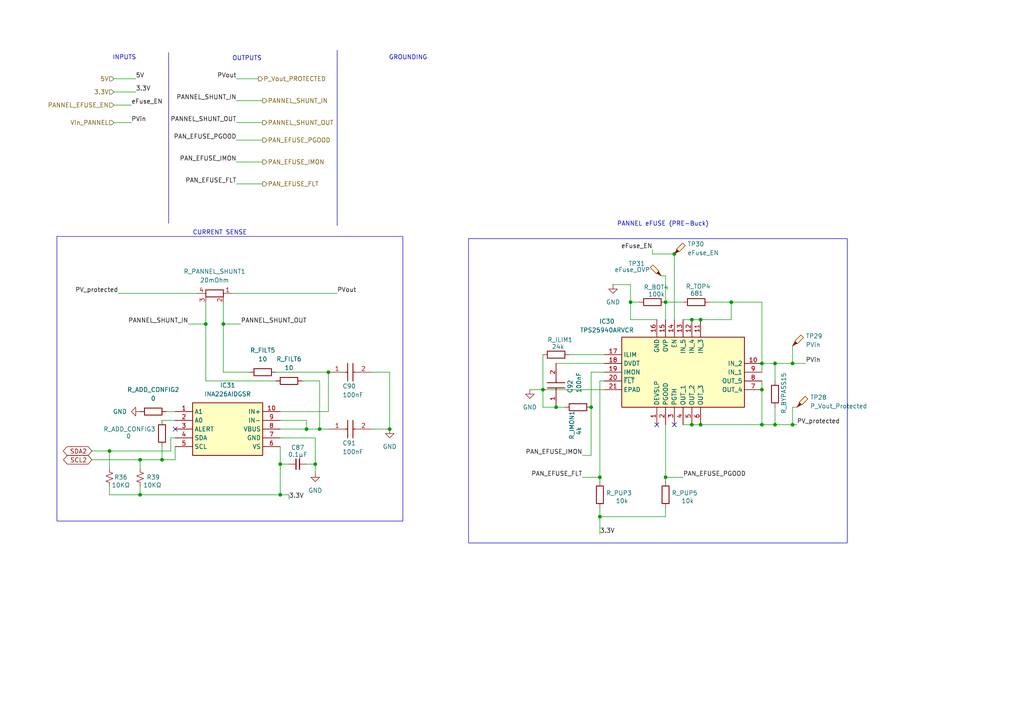
<source format=kicad_sch>
(kicad_sch (version 20250114) (generator "eeschema") (generator_version "9.0")
  (paper "A4")
  (lib_symbols
    (symbol "Connector:TestPoint_Probe" (pin_numbers (hide yes)) (pin_names (offset 0.762) (hide yes))
      (property "Reference" "TP" (at 1.651 5.842 0))
      (property "Value" "TestPoint_Probe" (at 1.651 4.064 0))
      (symbol "TestPoint_Probe_0_1"
        (polyline (pts (xy 1.27 0.762) (xy 0 0) (xy 0.762 1.27) (xy 1.27 0.762)) (fill (type outline)))
        (polyline (pts (xy 1.397 0.635) (xy 0.635 1.397) (xy 2.413 3.175) (xy 3.175 2.413) (xy 1.397 0.635)) (fill (type background)))
      )
      (symbol "TestPoint_Probe_1_1"
        (pin passive line (at 0 0 90) (length 0) (name "1") (number "1"))
      )
    )
    (symbol "Device:C_Small" (pin_numbers (hide yes)) (pin_names (offset 0.254) (hide yes))
      (property "Reference" "C" (at 0.254 1.778 0))
      (property "Value" "C_Small" (at 0.254 -2.032 0))
      (symbol "C_Small_0_1"
        (polyline (pts (xy -1.524 0.508) (xy 1.524 0.508)) (stroke (width 0.3048)))
        (polyline (pts (xy -1.524 -0.508) (xy 1.524 -0.508)) (stroke (width 0.3302)))
      )
      (symbol "C_Small_1_1"
        (pin passive line (at 0 2.54 270) (length 2.032) (name "~") (number "1"))
        (pin passive line (at 0 -2.54 90) (length 2.032) (name "~") (number "2"))
      )
    )
    (symbol "Device:R" (pin_numbers (hide yes)) (pin_names (offset 0))
      (property "Reference" "R" (at 2.032 0 90))
      (property "Value" "R" (at 0 0 90))
      (symbol "R_0_1"
        (rectangle (start -1.016 -2.54) (end 1.016 2.54) (stroke (width 0.254)))
      )
      (symbol "R_1_1"
        (pin passive line (at 0 3.81 270) (length 1.27) (name "~") (number "1"))
        (pin passive line (at 0 -3.81 90) (length 1.27) (name "~") (number "2"))
      )
    )
    (symbol "Device:R_Shunt" (pin_names (offset 0) (hide yes))
      (property "Reference" "R" (at -2.032 0 90))
      (property "Value" "R_Shunt" (at 0 0 90))
      (symbol "R_Shunt_0_1"
        (rectangle (start -1.016 -2.54) (end 1.016 2.54) (stroke (width 0.254)))
        (polyline (pts (xy 0 -2.54) (xy 1.27 -2.54)))
        (polyline (pts (xy 1.27 2.54) (xy 0 2.54)))
      )
      (symbol "R_Shunt_1_1"
        (pin passive line (at 0 5.08 270) (length 2.54) (name "~") (number "1"))
        (pin passive line (at 0 -5.08 90) (length 2.54) (name "~") (number "4"))
        (pin passive line (at 2.54 2.54 180) (length 1.27) (name "~") (number "2"))
        (pin passive line (at 2.54 -2.54 180) (length 1.27) (name "~") (number "3"))
      )
    )
    (symbol "Device:R_Small_US" (pin_numbers (hide yes)) (pin_names (offset 0.254) (hide yes))
      (property "Reference" "R" (at 0.762 0.508 0))
      (property "Value" "R_Small_US" (at 0.762 -1.016 0))
      (symbol "R_Small_US_1_1"
        (polyline (pts (xy 0 1.524) (xy 1.016 1.143) (xy 0 0.762) (xy -1.016 0.381) (xy 0 0)))
        (polyline (pts (xy 0 0) (xy 1.016 -0.381) (xy 0 -0.762) (xy -1.016 -1.143) (xy 0 -1.524)))
        (pin passive line (at 0 2.54 270) (length 1.016) (name "~") (number "1"))
        (pin passive line (at 0 -2.54 90) (length 1.016) (name "~") (number "2"))
      )
    )
    (symbol "PDU_Library:INA226AIDGSR"
      (property "Reference" "IC" (at 26.67 7.62 0))
      (property "Value" "INA226AIDGSR" (at 26.67 5.08 0))
      (symbol "INA226AIDGSR_1_1"
        (rectangle (start 5.08 2.54) (end 25.4 -12.7) (stroke (width 0.254)) (fill (type background)))
        (pin passive line (at 0 0 0) (length 5.08) (name "A1") (number "1"))
        (pin passive line (at 0 -2.54 0) (length 5.08) (name "A0") (number "2"))
        (pin passive line (at 0 -5.08 0) (length 5.08) (name "ALERT") (number "3"))
        (pin passive line (at 0 -7.62 0) (length 5.08) (name "SDA") (number "4"))
        (pin passive line (at 0 -10.16 0) (length 5.08) (name "SCL") (number "5"))
        (pin passive line (at 30.48 0 180) (length 5.08) (name "IN+") (number "10"))
        (pin passive line (at 30.48 -2.54 180) (length 5.08) (name "IN-") (number "9"))
        (pin passive line (at 30.48 -5.08 180) (length 5.08) (name "VBUS") (number "8"))
        (pin passive line (at 30.48 -7.62 180) (length 5.08) (name "GND") (number "7"))
        (pin passive line (at 30.48 -10.16 180) (length 5.08) (name "VS") (number "6"))
      )
    )
    (symbol "PULSE_Library:C0603X6S0J104M030BC" (pin_names (hide yes))
      (property "Reference" "C" (at 8.89 6.35 0))
      (property "Value" "C0603X6S0J104M030BC" (at 8.89 3.81 0))
      (symbol "C0603X6S0J104M030BC_1_1"
        (polyline (pts (xy 5.08 0) (xy 5.588 0)) (stroke (width 0.254)))
        (polyline (pts (xy 5.588 2.54) (xy 5.588 -2.54)) (stroke (width 0.254)))
        (polyline (pts (xy 7.112 2.54) (xy 7.112 -2.54)) (stroke (width 0.254)))
        (polyline (pts (xy 7.112 0) (xy 7.62 0)) (stroke (width 0.254)))
        (pin passive line (at 0 0 0) (length 5.08) (name "1") (number "1"))
        (pin passive line (at 12.7 0 180) (length 5.08) (name "2") (number "2"))
      )
    )
    (symbol "PULSE_Library:TPS25940ARVCR"
      (property "Reference" "IC" (at 26.67 15.24 0))
      (property "Value" "TPS25940ARVCR" (at 26.67 12.7 0))
      (symbol "TPS25940ARVCR_1_1"
        (rectangle (start 5.08 10.16) (end 25.4 -25.4) (stroke (width 0.254)) (fill (type background)))
        (pin passive line (at 0 0 0) (length 5.08) (name "DEVSLP") (number "1"))
        (pin passive line (at 0 -2.54 0) (length 5.08) (name "PGOOD") (number "2"))
        (pin passive line (at 0 -5.08 0) (length 5.08) (name "PGTH") (number "3"))
        (pin passive line (at 0 -7.62 0) (length 5.08) (name "OUT_1") (number "4"))
        (pin passive line (at 0 -10.16 0) (length 5.08) (name "OUT_2") (number "5"))
        (pin passive line (at 0 -12.7 0) (length 5.08) (name "OUT_3") (number "6"))
        (pin passive line (at 10.16 15.24 270) (length 5.08) (name "EPAD") (number "21"))
        (pin passive line (at 10.16 -30.48 90) (length 5.08) (name "OUT_4") (number "7"))
        (pin passive line (at 12.7 15.24 270) (length 5.08) (name "~{FLT}") (number "20"))
        (pin passive line (at 12.7 -30.48 90) (length 5.08) (name "OUT_5") (number "8"))
        (pin passive line (at 15.24 15.24 270) (length 5.08) (name "IMON") (number "19"))
        (pin passive line (at 15.24 -30.48 90) (length 5.08) (name "IN_1") (number "9"))
        (pin passive line (at 17.78 15.24 270) (length 5.08) (name "DVDT") (number "18"))
        (pin passive line (at 17.78 -30.48 90) (length 5.08) (name "IN_2") (number "10"))
        (pin passive line (at 20.32 15.24 270) (length 5.08) (name "ILIM") (number "17"))
        (pin passive line (at 30.48 0 180) (length 5.08) (name "GND") (number "16"))
        (pin passive line (at 30.48 -2.54 180) (length 5.08) (name "OVP") (number "15"))
        (pin passive line (at 30.48 -5.08 180) (length 5.08) (name "EN") (number "14"))
        (pin passive line (at 30.48 -7.62 180) (length 5.08) (name "IN_5") (number "13"))
        (pin passive line (at 30.48 -10.16 180) (length 5.08) (name "IN_4") (number "12"))
        (pin passive line (at 30.48 -12.7 180) (length 5.08) (name "IN_3") (number "11"))
      )
    )
    (symbol "power:GND" (power) (pin_numbers (hide yes)) (pin_names (offset 0) (hide yes))
      (property "Value" "GND" (at 0 -3.81 0))
      (symbol "GND_0_1"
        (polyline (pts (xy 0 0) (xy 0 -1.27) (xy 1.27 -1.27) (xy 0 -2.54) (xy -1.27 -1.27) (xy 0 -1.27)))
      )
      (symbol "GND_1_1"
        (pin power_in line (at 0 0 270) (length 0) (name "~") (number "1"))
      )
    )
  )
  (rectangle (start 135.89 69.215) (end 245.745 157.48))
  (rectangle (start 16.51 68.58) (end 116.84 151.13))
  (text "PANNEL eFUSE (PRE-Buck)\n" (at 192.278 65.024 0) (effects (font (size 1.27 1.27))))
  (text "CURRENT SENSE\n" (at 63.754 67.564 0) (effects (font (size 1.27 1.27))))
  (text "INPUTS\n" (at 36.068 16.764 0) (effects (font (size 1.27 1.27))))
  (text "OUTPUTS\n" (at 71.628 17.018 0) (effects (font (size 1.27 1.27))))
  (text "GROUNDING\n" (at 118.364 16.764 0) (effects (font (size 1.27 1.27))))
  (junction (at 195.58 73.66))
  (junction (at 200.66 123.19))
  (junction (at 81.28 143.51))
  (junction (at 173.99 149.86))
  (junction (at 229.87 105.41))
  (junction (at 88.9 124.46))
  (junction (at 173.99 138.43))
  (junction (at 46.99 133.35))
  (junction (at 193.04 138.43))
  (junction (at 220.98 113.03))
  (junction (at 220.98 123.19))
  (junction (at 81.28 134.62))
  (junction (at 229.87 123.19))
  (junction (at 193.04 87.63))
  (junction (at 64.77 93.98))
  (junction (at 95.25 107.95))
  (junction (at 157.48 113.03))
  (junction (at 59.69 93.98))
  (junction (at 40.64 143.51))
  (junction (at 203.2 92.71))
  (junction (at 31.75 130.81))
  (junction (at 40.64 133.35))
  (junction (at 113.03 124.46))
  (junction (at 92.71 124.46))
  (junction (at 182.88 87.63))
  (junction (at 224.79 105.41))
  (junction (at 212.09 87.63))
  (junction (at 220.98 105.41))
  (junction (at 224.79 123.19))
  (junction (at 91.44 134.62))
  (junction (at 200.66 92.71))
  (junction (at 203.2 123.19))
  (junction (at 161.29 118.11))
  (junction (at 171.45 118.11))
  (no_connect (at 50.8 124.46))
  (no_connect (at 195.58 123.19))
  (no_connect (at 190.5 123.19))
  (wire (pts (xy 49.53 130.81) (xy 31.75 130.81)))
  (wire (pts (xy 193.04 149.86) (xy 173.99 149.86)))
  (wire (pts (xy 91.44 127) (xy 91.44 134.62)))
  (wire (pts (xy 92.71 124.46) (xy 95.25 124.46)))
  (wire (pts (xy 193.04 123.19) (xy 193.04 138.43)))
  (wire (pts (xy 212.09 87.63) (xy 220.98 87.63)))
  (wire (pts (xy 193.04 87.63) (xy 193.04 92.71)))
  (wire (pts (xy 189.23 72.39) (xy 189.23 73.66)))
  (wire (pts (xy 68.58 29.21) (xy 76.2 29.21)))
  (wire (pts (xy 64.77 107.95) (xy 72.39 107.95)))
  (wire (pts (xy 193.04 147.32) (xy 193.04 149.86)))
  (wire (pts (xy 191.77 80.01) (xy 193.04 80.01)))
  (wire (pts (xy 182.88 92.71) (xy 182.88 87.63)))
  (wire (pts (xy 157.48 113.03) (xy 175.26 113.03)))
  (wire (pts (xy 200.66 123.19) (xy 203.2 123.19)))
  (wire (pts (xy 46.99 133.35) (xy 46.99 129.54)))
  (wire (pts (xy 40.64 133.35) (xy 40.64 135.89)))
  (wire (pts (xy 67.31 85.09) (xy 97.79 85.09)))
  (wire (pts (xy 88.9 124.46) (xy 92.71 124.46)))
  (wire (pts (xy 161.29 118.11) (xy 157.48 118.11)))
  (wire (pts (xy 173.99 138.43) (xy 168.91 138.43)))
  (polyline (pts (xy 48.895 15.24) (xy 48.895 64.77)))
  (wire (pts (xy 198.12 92.71) (xy 200.66 92.71)))
  (wire (pts (xy 212.09 92.71) (xy 212.09 87.63)))
  (wire (pts (xy 229.87 105.41) (xy 233.68 105.41)))
  (wire (pts (xy 203.2 92.71) (xy 212.09 92.71)))
  (wire (pts (xy 83.82 134.62) (xy 81.28 134.62)))
  (wire (pts (xy 50.8 121.92) (xy 46.99 121.92)))
  (wire (pts (xy 95.25 107.95) (xy 95.25 119.38)))
  (wire (pts (xy 157.48 102.87) (xy 157.48 113.03)))
  (wire (pts (xy 173.99 110.49) (xy 173.99 138.43)))
  (wire (pts (xy 81.28 127) (xy 91.44 127)))
  (wire (pts (xy 69.85 93.98) (xy 64.77 93.98)))
  (wire (pts (xy 40.64 140.97) (xy 40.64 143.51)))
  (wire (pts (xy 177.8 82.55) (xy 182.88 82.55)))
  (wire (pts (xy 173.99 138.43) (xy 173.99 139.7)))
  (wire (pts (xy 195.58 73.66) (xy 195.58 92.71)))
  (wire (pts (xy 200.66 92.71) (xy 203.2 92.71)))
  (wire (pts (xy 88.9 121.92) (xy 81.28 121.92)))
  (wire (pts (xy 64.77 87.63) (xy 64.77 93.98)))
  (wire (pts (xy 87.63 110.49) (xy 92.71 110.49)))
  (wire (pts (xy 220.98 87.63) (xy 220.98 105.41)))
  (wire (pts (xy 88.9 134.62) (xy 91.44 134.62)))
  (wire (pts (xy 220.98 113.03) (xy 220.98 123.19)))
  (wire (pts (xy 198.12 87.63) (xy 193.04 87.63)))
  (wire (pts (xy 48.26 119.38) (xy 50.8 119.38)))
  (wire (pts (xy 33.02 30.48) (xy 38.1 30.48)))
  (wire (pts (xy 153.67 113.03) (xy 157.48 113.03)))
  (wire (pts (xy 193.04 138.43) (xy 198.12 138.43)))
  (wire (pts (xy 68.58 35.56) (xy 76.2 35.56)))
  (wire (pts (xy 113.03 124.46) (xy 107.95 124.46)))
  (wire (pts (xy 193.04 138.43) (xy 193.04 139.7)))
  (wire (pts (xy 182.88 87.63) (xy 185.42 87.63)))
  (wire (pts (xy 31.75 140.97) (xy 31.75 143.51)))
  (wire (pts (xy 59.69 110.49) (xy 80.01 110.49)))
  (wire (pts (xy 68.58 40.64) (xy 76.2 40.64)))
  (wire (pts (xy 31.75 143.51) (xy 40.64 143.51)))
  (wire (pts (xy 229.87 118.11) (xy 229.87 123.19)))
  (wire (pts (xy 107.95 107.95) (xy 113.03 107.95)))
  (wire (pts (xy 92.71 110.49) (xy 92.71 124.46)))
  (wire (pts (xy 33.02 22.86) (xy 39.37 22.86)))
  (wire (pts (xy 175.26 107.95) (xy 171.45 107.95)))
  (wire (pts (xy 220.98 110.49) (xy 220.98 113.03)))
  (wire (pts (xy 50.8 129.54) (xy 50.8 133.35)))
  (wire (pts (xy 224.79 110.49) (xy 224.79 105.41)))
  (wire (pts (xy 171.45 132.08) (xy 171.45 118.11)))
  (wire (pts (xy 203.2 123.19) (xy 220.98 123.19)))
  (wire (pts (xy 198.12 123.19) (xy 200.66 123.19)))
  (wire (pts (xy 83.82 143.51) (xy 81.28 143.51)))
  (wire (pts (xy 190.5 92.71) (xy 182.88 92.71)))
  (wire (pts (xy 157.48 118.11) (xy 157.48 113.03)))
  (wire (pts (xy 189.23 73.66) (xy 195.58 73.66)))
  (wire (pts (xy 81.28 129.54) (xy 81.28 134.62)))
  (wire (pts (xy 173.99 147.32) (xy 173.99 149.86)))
  (wire (pts (xy 83.82 143.51) (xy 83.82 144.78)))
  (wire (pts (xy 229.87 123.19) (xy 231.14 123.19)))
  (wire (pts (xy 81.28 119.38) (xy 95.25 119.38)))
  (wire (pts (xy 33.02 26.67) (xy 39.37 26.67)))
  (wire (pts (xy 59.69 93.98) (xy 59.69 110.49)))
  (wire (pts (xy 165.1 102.87) (xy 175.26 102.87)))
  (wire (pts (xy 173.99 149.86) (xy 173.99 154.94)))
  (wire (pts (xy 26.67 133.35) (xy 40.64 133.35)))
  (wire (pts (xy 168.91 132.08) (xy 171.45 132.08)))
  (wire (pts (xy 161.29 105.41) (xy 175.26 105.41)))
  (wire (pts (xy 175.26 110.49) (xy 173.99 110.49)))
  (wire (pts (xy 231.14 118.11) (xy 229.87 118.11)))
  (wire (pts (xy 229.87 100.33) (xy 229.87 105.41)))
  (wire (pts (xy 64.77 93.98) (xy 64.77 107.95)))
  (polyline (pts (xy 97.79 14.605) (xy 97.79 65.405)))
  (wire (pts (xy 91.44 134.62) (xy 91.44 137.16)))
  (wire (pts (xy 40.64 133.35) (xy 46.99 133.35)))
  (wire (pts (xy 171.45 107.95) (xy 171.45 118.11)))
  (wire (pts (xy 212.09 87.63) (xy 205.74 87.63)))
  (wire (pts (xy 224.79 118.11) (xy 224.79 123.19)))
  (wire (pts (xy 68.58 46.99) (xy 76.2 46.99)))
  (wire (pts (xy 68.58 22.86) (xy 74.93 22.86)))
  (wire (pts (xy 31.75 130.81) (xy 31.75 135.89)))
  (wire (pts (xy 34.29 85.09) (xy 57.15 85.09)))
  (wire (pts (xy 220.98 105.41) (xy 224.79 105.41)))
  (wire (pts (xy 163.83 118.11) (xy 161.29 118.11)))
  (wire (pts (xy 68.58 53.34) (xy 76.2 53.34)))
  (wire (pts (xy 193.04 80.01) (xy 193.04 87.63)))
  (wire (pts (xy 49.53 127) (xy 49.53 130.81)))
  (wire (pts (xy 50.8 127) (xy 49.53 127)))
  (wire (pts (xy 220.98 123.19) (xy 224.79 123.19)))
  (wire (pts (xy 80.01 107.95) (xy 95.25 107.95)))
  (wire (pts (xy 33.02 35.56) (xy 38.1 35.56)))
  (wire (pts (xy 54.61 93.98) (xy 59.69 93.98)))
  (wire (pts (xy 182.88 82.55) (xy 182.88 87.63)))
  (wire (pts (xy 224.79 123.19) (xy 229.87 123.19)))
  (wire (pts (xy 88.9 124.46) (xy 88.9 121.92)))
  (wire (pts (xy 224.79 105.41) (xy 229.87 105.41)))
  (wire (pts (xy 81.28 134.62) (xy 81.28 143.51)))
  (wire (pts (xy 59.69 87.63) (xy 59.69 93.98)))
  (wire (pts (xy 50.8 133.35) (xy 46.99 133.35)))
  (wire (pts (xy 40.64 143.51) (xy 81.28 143.51)))
  (wire (pts (xy 81.28 124.46) (xy 88.9 124.46)))
  (wire (pts (xy 26.67 130.81) (xy 31.75 130.81)))
  (wire (pts (xy 113.03 107.95) (xy 113.03 124.46)))
  (wire (pts (xy 220.98 105.41) (xy 220.98 107.95)))
  (label "PANNEL_SHUNT_OUT" (at 69.85 93.98 0))
  (label "PAN_EFUSE_FLT" (at 68.58 53.34 180))
  (label "PAN_EFUSE_PGOOD" (at 198.12 138.43 0))
  (label "PVin" (at 38.1 35.56 0))
  (label "PAN_EFUSE_IMON" (at 168.91 132.08 180))
  (label "PVout" (at 68.58 22.86 180))
  (label "PANNEL_SHUNT_OUT" (at 68.58 35.56 180))
  (label "3.3V" (at 39.37 26.67 0))
  (label "eFuse_EN" (at 38.1 30.48 0))
  (label "3.3V" (at 173.99 154.94 0))
  (label "5V" (at 39.37 22.86 0))
  (label "PAN_EFUSE_PGOOD" (at 68.58 40.64 180))
  (label "3.3V" (at 83.82 144.78 0))
  (label "PV_protected" (at 34.29 85.09 180))
  (label "eFuse_EN" (at 189.23 72.39 180))
  (label "PANNEL_SHUNT_IN" (at 68.58 29.21 180))
  (label "PVin" (at 233.68 105.41 0))
  (label "PVout" (at 97.79 85.09 0))
  (label "PAN_EFUSE_FLT" (at 168.91 138.43 180))
  (label "PV_protected" (at 231.14 123.19 0))
  (label "PAN_EFUSE_IMON" (at 68.58 46.99 180))
  (label "PANNEL_SHUNT_IN" (at 54.61 93.98 180))
  (global_label "SCL2" (shape bidirectional) (at 26.67 133.35 180) (property "Intersheetrefs" "${INTERSHEET_REFS}" (effects (hide yes))))
  (global_label "SDA2" (shape bidirectional) (at 26.67 130.81 180) (property "Intersheetrefs" "${INTERSHEET_REFS}" (effects (hide yes))))
  (hierarchical_label "PANNEL_EFUSE_EN" (shape input) (at 33.02 30.48 180))
  (hierarchical_label "PAN_EFUSE_FLT" (shape output) (at 76.2 53.34 0))
  (hierarchical_label "P_Vout_PROTECTED" (shape output) (at 74.93 22.86 0))
  (hierarchical_label "PAN_EFUSE_IMON" (shape output) (at 76.2 46.99 0))
  (hierarchical_label "PAN_EFUSE_PGOOD" (shape output) (at 76.2 40.64 0))
  (hierarchical_label "Vin_PANNEL" (shape input) (at 33.02 35.56 180))
  (hierarchical_label "PANNEL_SHUNT_IN" (shape output) (at 76.2 29.21 0))
  (hierarchical_label "PANNEL_SHUNT_OUT" (shape output) (at 76.2 35.56 0))
  (hierarchical_label "3.3V" (shape input) (at 33.02 26.67 180))
  (hierarchical_label "5V" (shape input) (at 33.02 22.86 180))
  (symbol (lib_id "PDU_Library:INA226AIDGSR") (at 50.8 119.38 0) (unit 1)
    (property "Reference" "IC31" (at 66.04 111.76 0))
    (property "Value" "INA226AIDGSR" (at 66.04 114.3 0))
    (property "Footprint" "PULSE_Library:SOP50P490X110-10N" (effects (hide yes)))
    (property "Datasheet" "https://componentsearchengine.com/Datasheets/1/INA226AIDGSR.pdf" (effects (hide yes)))
    (property "Description" "36-V, Bi-Directional, Ultra-High Accuracy, Low-/High-Side, I2C Out Current/Power Monitor w/ Alert" (effects (hide yes)))
    (property "Height" "1.1" (effects (hide yes)))
    (property "Mouser Part Number" "595-INA226AIDGSR" (effects (hide yes)))
    (property "Mouser Price/Stock" "https://www.mouser.co.uk/ProductDetail/Texas-Instruments/INA226AIDGSR?qs=tQG3bEuiOZD4quG3egR36g%3D%3D" (effects (hide yes)))
    (property "Manufacturer_Name" "Texas Instruments" (effects (hide yes)))
    (property "Manufacturer_Part_Number" "INA226AIDGSR" (effects (hide yes)))
  )
  (symbol (lib_id "power:GND") (at 177.8 82.55 0) (unit 1)
    (property "Reference" "#PWR025" (effects (hide yes)))
    (property "Value" "GND" (at 177.8 87.63 0))
    (property "Description" "Power symbol creates a global label with name \"GND\" , ground" (effects (hide yes)))
  )
  (symbol (lib_id "Device:R") (at 189.23 87.63 270) (unit 1)
    (property "Reference" "R_BOT4" (at 186.69 83.312 90) (effects (justify left)))
    (property "Value" "100k" (at 187.96 85.344 90) (effects (justify left)))
    (property "Footprint" "Resistor_SMD:R_0603_1608Metric" (effects (hide yes)))
    (property "Description" "Resistor" (effects (hide yes)))
  )
  (symbol (lib_id "Device:R") (at 193.04 143.51 0) (unit 1)
    (property "Reference" "R_PUP5" (at 194.818 143.002 0) (effects (justify left)))
    (property "Value" "10k" (at 197.612 145.288 0) (effects (justify left)))
    (property "Footprint" "Resistor_SMD:R_0603_1608Metric" (effects (hide yes)))
    (property "Description" "Resistor" (effects (hide yes)))
  )
  (symbol (lib_id "power:GND") (at 153.67 113.03 0) (unit 1)
    (property "Reference" "#PWR024" (effects (hide yes)))
    (property "Value" "GND" (at 153.67 118.11 0))
    (property "Description" "Power symbol creates a global label with name \"GND\" , ground" (effects (hide yes)))
  )
  (symbol (lib_id "Device:R") (at 161.29 102.87 270) (unit 1)
    (property "Reference" "R_ILIM1" (at 158.75 98.552 90) (effects (justify left)))
    (property "Value" "24k" (at 160.02 100.584 90) (effects (justify left)))
    (property "Footprint" "Resistor_SMD:R_0603_1608Metric" (effects (hide yes)))
    (property "Description" "Resistor" (effects (hide yes)))
  )
  (symbol (lib_id "Device:R") (at 83.82 110.49 90) (unit 1)
    (property "Reference" "R_FILT6" (at 83.82 104.14 90))
    (property "Value" "10" (at 83.82 106.68 90))
    (property "Footprint" "Resistor_SMD:R_0603_1608Metric" (effects (hide yes)))
    (property "Description" "Resistor" (effects (hide yes)))
  )
  (symbol (lib_id "PULSE_Library:TPS25940ARVCR") (at 190.5 123.19 90) (unit 1)
    (property "Reference" "IC30" (at 176.022 93.218 90))
    (property "Value" "TPS25940ARVCR" (at 176.022 95.758 90))
    (property "Footprint" "PULSE_Library:QFN50P300X400X80-21N" (effects (hide yes)))
    (property "Datasheet" "http://www.ti.com/lit/ds/symlink/tps25940.pdf" (effects (hide yes)))
    (property "Description" "18V, 5A, 42m eFuse With Integrated Reverse Current Protection and DevSleep Support" (effects (hide yes)))
    (property "Height" "0.8" (effects (hide yes)))
    (property "Mouser Part Number" "595-TPS25940ARVCR" (effects (hide yes)))
    (property "Mouser Price/Stock" "https://www.mouser.co.uk/ProductDetail/Texas-Instruments/TPS25940ARVCR?qs=1MXlzafEN38UtOFn%252BxDXYg%3D%3D" (effects (hide yes)))
    (property "Manufacturer_Name" "Texas Instruments" (effects (hide yes)))
    (property "Manufacturer_Part_Number" "TPS25940ARVCR" (effects (hide yes)))
  )
  (symbol (lib_id "Device:R") (at 76.2 107.95 90) (unit 1)
    (property "Reference" "R_FILT5" (at 76.2 101.6 90))
    (property "Value" "10" (at 76.2 104.14 90))
    (property "Footprint" "Resistor_SMD:R_0603_1608Metric" (effects (hide yes)))
    (property "Description" "Resistor" (effects (hide yes)))
  )
  (symbol (lib_id "Device:R") (at 201.93 87.63 270) (unit 1)
    (property "Reference" "R_TOP4" (at 198.882 83.058 90) (effects (justify left)))
    (property "Value" "681" (at 200.152 85.09 90) (effects (justify left)))
    (property "Footprint" "Resistor_SMD:R_0603_1608Metric" (effects (hide yes)))
    (property "Description" "Resistor" (effects (hide yes)))
  )
  (symbol (lib_id "Connector:TestPoint_Probe") (at 191.77 80.01 90) (unit 1)
    (property "Reference" "TP31" (at 184.658 76.454 90))
    (property "Value" "eFuse_OVP" (at 183.388 78.232 90))
    (property "Footprint" "TestPoint:TestPoint_Pad_D2.0mm" (effects (hide yes)))
    (property "Description" "test point (alternative probe-style design)" (effects (hide yes)))
  )
  (symbol (lib_id "power:GND") (at 113.03 124.46 0) (unit 1)
    (property "Reference" "#PWR021" (effects (hide yes)))
    (property "Value" "GND" (at 113.03 129.54 0))
    (property "Description" "Power symbol creates a global label with name \"GND\" , ground" (effects (hide yes)))
  )
  (symbol (lib_id "Connector:TestPoint_Probe") (at 229.87 100.33 0) (unit 1)
    (property "Reference" "TP29" (at 233.68 97.4724 0) (effects (justify left)))
    (property "Value" "PVin" (at 233.68 100.0124 0) (effects (justify left)))
    (property "Footprint" "TestPoint:TestPoint_Pad_D2.0mm" (effects (hide yes)))
    (property "Description" "test point (alternative probe-style design)" (effects (hide yes)))
  )
  (symbol (lib_id "power:GND") (at 91.44 137.16 0) (unit 1)
    (property "Reference" "#PWR020" (effects (hide yes)))
    (property "Value" "GND" (at 91.44 142.24 0))
    (property "Description" "Power symbol creates a global label with name \"GND\" , ground" (effects (hide yes)))
  )
  (symbol (lib_id "Device:R_Small_US") (at 40.64 138.43 0) (unit 1)
    (property "Reference" "R39" (at 44.45 138.43 0))
    (property "Value" "10KΩ" (at 44.196 140.716 0))
    (property "Footprint" "PULSE_Library:RESC1608X55N" (effects (hide yes)))
    (property "Datasheet" "https://www.yageo.com/upload/media/product/app/datasheet/rchip/pyu-rt_1-to-0.01_rohs_l.pdf" (effects (hide yes)))
    (property "Description" "Thin Film Resistors - SMD 10K ohm 0.1% 1/10W 10ppm" (effects (hide yes)))
    (property "Height" "0.55" (effects (hide yes)))
    (property "Mouser Part Number" "603-RT0603BRD0710KL" (effects (hide yes)))
    (property "Mouser Price/Stock" "https://www.mouser.co.uk/ProductDetail/YAGEO/RT0603BRD0710KL?qs=Br90QIIERxSXuxEMyECqGA%3D%3D" (effects (hide yes)))
    (property "Manufacturer_Name" "YAGEO" (effects (hide yes)))
    (property "Manufacturer_Part_Number" "RT0603BRD0710KL" (effects (hide yes)))
  )
  (symbol (lib_id "Device:R") (at 173.99 143.51 0) (unit 1)
    (property "Reference" "R_PUP3" (at 175.768 143.002 0) (effects (justify left)))
    (property "Value" "10k" (at 178.562 145.288 0) (effects (justify left)))
    (property "Footprint" "Resistor_SMD:R_0603_1608Metric" (effects (hide yes)))
    (property "Description" "Resistor" (effects (hide yes)))
  )
  (symbol (lib_id "power:GND") (at 40.64 119.38 270) (unit 1)
    (property "Reference" "#PWR019" (effects (hide yes)))
    (property "Value" "GND" (at 36.83 119.3799 90) (effects (justify right)))
    (property "Description" "Power symbol creates a global label with name \"GND\" , ground" (effects (hide yes)))
  )
  (symbol (lib_id "PULSE_Library:C0603X6S0J104M030BC") (at 95.25 107.95 0) (unit 1)
    (property "Reference" "C90" (at 99.314 112.014 0) (effects (justify left)))
    (property "Value" "100nF" (at 99.314 114.554 0) (effects (justify left)))
    (property "Footprint" "Capacitor_SMD:C_0603_1608Metric" (effects (hide yes)))
    (property "Datasheet" "https://product.tdk.com/system/files/dam/doc/product/capacitor/ceramic/mlcc/catalog/mlcc_commercial_general_en.pdf" (effects (hide yes)))
    (property "Description" "MULTILAYER CERAMIC CHIP CAPACITORS, 0603, Commercial grade, general (Up to 75V)" (effects (hide yes)))
    (property "Height" "0.33" (effects (hide yes)))
    (property "Mouser Part Number" "810-C0603X6S0J104M" (effects (hide yes)))
    (property "Mouser Price/Stock" "https://www.mouser.co.uk/ProductDetail/TDK/C0603X6S0J104M030BC?qs=dfay7wIA1uFo0HPqgyXFqA%3D%3D" (effects (hide yes)))
    (property "Manufacturer_Name" "TDK" (effects (hide yes)))
    (property "Manufacturer_Part_Number" "C0603X6S0J104M030BC" (effects (hide yes)))
  )
  (symbol (lib_id "Connector:TestPoint_Probe") (at 231.14 118.11 0) (unit 1)
    (property "Reference" "TP28" (at 234.95 115.2524 0) (effects (justify left)))
    (property "Value" "P_Vout_Protected" (at 234.95 117.7924 0) (effects (justify left)))
    (property "Footprint" "TestPoint:TestPoint_Pad_D2.0mm" (effects (hide yes)))
    (property "Description" "test point (alternative probe-style design)" (effects (hide yes)))
  )
  (symbol (lib_id "Device:R") (at 46.99 125.73 180) (unit 1)
    (property "Reference" "R_ADD_CONFIG3" (at 29.972 124.46 0) (effects (justify right)))
    (property "Value" "0" (at 36.576 126.492 0) (effects (justify right)))
    (property "Footprint" "Resistor_SMD:R_0603_1608Metric" (effects (hide yes)))
    (property "Description" "Resistor" (effects (hide yes)))
  )
  (symbol (lib_id "PULSE_Library:C0603X6S0J104M030BC") (at 95.25 124.46 0) (unit 1)
    (property "Reference" "C91" (at 99.314 128.524 0) (effects (justify left)))
    (property "Value" "100nF" (at 99.314 131.064 0) (effects (justify left)))
    (property "Footprint" "Capacitor_SMD:C_0603_1608Metric" (effects (hide yes)))
    (property "Datasheet" "https://product.tdk.com/system/files/dam/doc/product/capacitor/ceramic/mlcc/catalog/mlcc_commercial_general_en.pdf" (effects (hide yes)))
    (property "Description" "MULTILAYER CERAMIC CHIP CAPACITORS, 0603, Commercial grade, general (Up to 75V)" (effects (hide yes)))
    (property "Height" "0.33" (effects (hide yes)))
    (property "Mouser Part Number" "810-C0603X6S0J104M" (effects (hide yes)))
    (property "Mouser Price/Stock" "https://www.mouser.co.uk/ProductDetail/TDK/C0603X6S0J104M030BC?qs=dfay7wIA1uFo0HPqgyXFqA%3D%3D" (effects (hide yes)))
    (property "Manufacturer_Name" "TDK" (effects (hide yes)))
    (property "Manufacturer_Part_Number" "C0603X6S0J104M030BC" (effects (hide yes)))
  )
  (symbol (lib_id "PULSE_Library:C0603X6S0J104M030BC") (at 161.29 118.11 90) (unit 1)
    (property "Reference" "C92" (at 165.354 114.046 0) (effects (justify left)))
    (property "Value" "100nF" (at 167.894 114.046 0) (effects (justify left)))
    (property "Footprint" "Capacitor_SMD:C_0603_1608Metric" (effects (hide yes)))
    (property "Datasheet" "https://product.tdk.com/system/files/dam/doc/product/capacitor/ceramic/mlcc/catalog/mlcc_commercial_general_en.pdf" (effects (hide yes)))
    (property "Description" "MULTILAYER CERAMIC CHIP CAPACITORS, 0603, Commercial grade, general (Up to 75V)" (effects (hide yes)))
    (property "Height" "0.33" (effects (hide yes)))
    (property "Mouser Part Number" "810-C0603X6S0J104M" (effects (hide yes)))
    (property "Mouser Price/Stock" "https://www.mouser.co.uk/ProductDetail/TDK/C0603X6S0J104M030BC?qs=dfay7wIA1uFo0HPqgyXFqA%3D%3D" (effects (hide yes)))
    (property "Manufacturer_Name" "TDK" (effects (hide yes)))
    (property "Manufacturer_Part_Number" "C0603X6S0J104M030BC" (effects (hide yes)))
  )
  (symbol (lib_id "Device:R") (at 44.45 119.38 90) (unit 1)
    (property "Reference" "R_ADD_CONFIG2" (at 44.45 113.03 90))
    (property "Value" "0" (at 44.45 115.57 90))
    (property "Footprint" "Resistor_SMD:R_0603_1608Metric" (effects (hide yes)))
    (property "Description" "Resistor" (effects (hide yes)))
  )
  (symbol (lib_id "Device:R") (at 224.79 114.3 0) (unit 1)
    (property "Reference" "R_BYPASS15" (at 227.33 114.046 90))
    (property "Value" "0" (effects (hide yes)))
    (property "Footprint" "Resistor_SMD:R_0603_1608Metric" (effects (hide yes)))
    (property "Description" "Resistor" (effects (hide yes)))
  )
  (symbol (lib_id "Connector:TestPoint_Probe") (at 195.58 73.66 0) (unit 1)
    (property "Reference" "TP30" (at 199.39 70.8024 0) (effects (justify left)))
    (property "Value" "eFuse_EN" (at 199.39 73.3424 0) (effects (justify left)))
    (property "Footprint" "TestPoint:TestPoint_Pad_D2.0mm" (effects (hide yes)))
    (property "Description" "test point (alternative probe-style design)" (effects (hide yes)))
  )
  (symbol (lib_id "Device:C_Small") (at 86.36 134.62 90) (unit 1)
    (property "Reference" "C87" (at 86.36 129.794 90))
    (property "Value" "0.1μF" (at 86.36 131.826 90))
    (property "Footprint" "PULSE_Library:C0603" (effects (hide yes)))
    (property "Datasheet" "https://content.kemet.com/datasheets/KEM_C1008_X8L_150C_SMD.pdf" (effects (hide yes)))
    (property "Description" "SMD Auto X8L HT150C, Ceramic, 0.1 uF, 10%, 16 VDC, 40 VDC, 150C, -55C, X8L, SMD, MLCC, High Temperature, Temperature Stable, Automotive Grade, 3.5 % , 5 GOhms, 4.8 mg, 0603, 1.6mm, 0.8mm, 0.8mm, 0.7mm, 0.35mm, 4000, 78  Weeks" (effects (hide yes)))
    (property "Height" "0.87" (effects (hide yes)))
    (property "Mouser Part Number" "80-C0603C104K4NAUTO" (effects (hide yes)))
    (property "Mouser Price/Stock" "https://www.mouser.co.uk/ProductDetail/KEMET/C0603C104K4NACAUTO?qs=hzBznG4dWXWSlpEnq3H%2Fgw%3D%3D" (effects (hide yes)))
    (property "Manufacturer_Name" "KEMET" (effects (hide yes)))
    (property "Manufacturer_Part_Number" "C0603C104K4NACAUTO" (effects (hide yes)))
  )
  (symbol (lib_id "Device:R_Shunt") (at 62.23 85.09 270) (unit 1)
    (property "Reference" "R_PANNEL_SHUNT1" (at 62.23 78.74 90))
    (property "Value" "20mOhm" (at 62.23 81.28 90))
    (property "Footprint" "Resistor_SMD:R_Shunt_Vishay_WSKW0612" (effects (hide yes)))
    (property "Description" "Shunt resistor with Kelvin connections" (effects (hide yes)))
  )
  (symbol (lib_id "Device:R") (at 167.64 118.11 90) (unit 1)
    (property "Reference" "R_IMON1" (at 165.862 127.508 0) (effects (justify left)))
    (property "Value" "4k" (at 167.894 126.238 0) (effects (justify left)))
    (property "Footprint" "Resistor_SMD:R_0603_1608Metric" (effects (hide yes)))
    (property "Description" "Resistor" (effects (hide yes)))
  )
  (symbol (lib_id "Device:R_Small_US") (at 31.75 138.43 0) (unit 1)
    (property "Reference" "R36" (at 35.052 138.43 0))
    (property "Value" "10KΩ" (at 35.052 140.716 0))
    (property "Footprint" "PULSE_Library:RESC1608X55N" (effects (hide yes)))
    (property "Datasheet" "https://www.yageo.com/upload/media/product/app/datasheet/rchip/pyu-rt_1-to-0.01_rohs_l.pdf" (effects (hide yes)))
    (property "Description" "Thin Film Resistors - SMD 10K ohm 0.1% 1/10W 10ppm" (effects (hide yes)))
    (property "Height" "0.55" (effects (hide yes)))
    (property "Mouser Part Number" "603-RT0603BRD0710KL" (effects (hide yes)))
    (property "Mouser Price/Stock" "https://www.mouser.co.uk/ProductDetail/YAGEO/RT0603BRD0710KL?qs=Br90QIIERxSXuxEMyECqGA%3D%3D" (effects (hide yes)))
    (property "Manufacturer_Name" "YAGEO" (effects (hide yes)))
    (property "Manufacturer_Part_Number" "RT0603BRD0710KL" (effects (hide yes)))
  )
)
</source>
